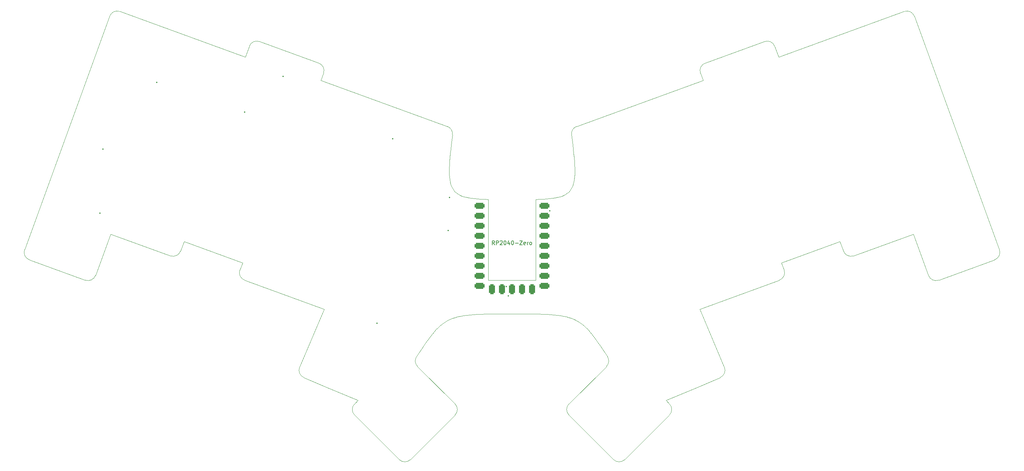
<source format=gto>
%TF.GenerationSoftware,KiCad,Pcbnew,(6.0.11)*%
%TF.CreationDate,2023-05-16T20:57:37+09:00*%
%TF.ProjectId,gu34,67753334-2e6b-4696-9361-645f70636258,rev?*%
%TF.SameCoordinates,Original*%
%TF.FileFunction,Legend,Top*%
%TF.FilePolarity,Positive*%
%FSLAX46Y46*%
G04 Gerber Fmt 4.6, Leading zero omitted, Abs format (unit mm)*
G04 Created by KiCad (PCBNEW (6.0.11)) date 2023-05-16 20:57:37*
%MOMM*%
%LPD*%
G01*
G04 APERTURE LIST*
G04 Aperture macros list*
%AMRoundRect*
0 Rectangle with rounded corners*
0 $1 Rounding radius*
0 $2 $3 $4 $5 $6 $7 $8 $9 X,Y pos of 4 corners*
0 Add a 4 corners polygon primitive as box body*
4,1,4,$2,$3,$4,$5,$6,$7,$8,$9,$2,$3,0*
0 Add four circle primitives for the rounded corners*
1,1,$1+$1,$2,$3*
1,1,$1+$1,$4,$5*
1,1,$1+$1,$6,$7*
1,1,$1+$1,$8,$9*
0 Add four rect primitives between the rounded corners*
20,1,$1+$1,$2,$3,$4,$5,0*
20,1,$1+$1,$4,$5,$6,$7,0*
20,1,$1+$1,$6,$7,$8,$9,0*
20,1,$1+$1,$8,$9,$2,$3,0*%
G04 Aperture macros list end*
%TA.AperFunction,Profile*%
%ADD10C,0.100000*%
%TD*%
%ADD11C,0.100000*%
%ADD12C,0.150000*%
%ADD13C,0.350000*%
%ADD14C,3.400000*%
%ADD15C,1.700000*%
%ADD16C,2.000000*%
%ADD17RoundRect,0.400000X-0.900000X-0.400000X0.900000X-0.400000X0.900000X0.400000X-0.900000X0.400000X0*%
%ADD18RoundRect,0.400050X-0.899950X-0.400050X0.899950X-0.400050X0.899950X0.400050X-0.899950X0.400050X0*%
%ADD19RoundRect,0.400000X-0.400000X-0.900000X0.400000X-0.900000X0.400000X0.900000X-0.400000X0.900000X0*%
%ADD20RoundRect,0.393700X-0.393700X-0.906300X0.393700X-0.906300X0.393700X0.906300X-0.393700X0.906300X0*%
G04 APERTURE END LIST*
D10*
X210582773Y-81577077D02*
X211252397Y-83416855D01*
X88494956Y-108075051D02*
G75*
G03*
X89554561Y-110697548I1841044J-781449D01*
G01*
X95346573Y-113156111D02*
X103289125Y-116527525D01*
X78322834Y-25428801D02*
G75*
G03*
X75759393Y-26624187I-684034J-1879399D01*
G01*
X42954792Y-17793857D02*
G75*
G03*
X40391368Y-18989196I-684042J-1879383D01*
G01*
D11*
X166485012Y-105404977D02*
X165843422Y-104418288D01*
X165235255Y-103493247D01*
X164656430Y-102627865D01*
X164102870Y-101820152D01*
X163570495Y-101068122D01*
X163055227Y-100369784D01*
X162552988Y-99723150D01*
X162059698Y-99126231D01*
X161571279Y-98577040D01*
X161083652Y-98073587D01*
X160592739Y-97613884D01*
X160094461Y-97195942D01*
X159584739Y-96817772D01*
X159059494Y-96477386D01*
X158514648Y-96172795D01*
X157946123Y-95902011D01*
X157349839Y-95663045D01*
X156721718Y-95453908D01*
X156057681Y-95272612D01*
X155353649Y-95117168D01*
X154605545Y-94985587D01*
X153809288Y-94875882D01*
X152960801Y-94786062D01*
X152056005Y-94714140D01*
X151090820Y-94658127D01*
X150061169Y-94616035D01*
X148962973Y-94585874D01*
X147792153Y-94565656D01*
X146544630Y-94553393D01*
X145216326Y-94547096D01*
X143803162Y-94544776D01*
X142301060Y-94544445D01*
D10*
X241647326Y-17793851D02*
X209842120Y-29370000D01*
X148301060Y-86044445D02*
X142301060Y-86044445D01*
X36782901Y-84795311D02*
X40599548Y-74309162D01*
X78322819Y-25428843D02*
X93357901Y-30901165D01*
X244002572Y-74309162D02*
X228850905Y-79823917D01*
D11*
X127212923Y-49078253D02*
X127059566Y-50372382D01*
X126918517Y-51596863D01*
X126791366Y-52753624D01*
X126679703Y-53844590D01*
X126585120Y-54871688D01*
X126509208Y-55836845D01*
X126453558Y-56741987D01*
X126419761Y-57589040D01*
X126409407Y-58379931D01*
X126424088Y-59116586D01*
X126465395Y-59800932D01*
X126534919Y-60434895D01*
X126634251Y-61020401D01*
X126764981Y-61559378D01*
X126928701Y-62053752D01*
X127127002Y-62505448D01*
X127361475Y-62916394D01*
X127633710Y-63288516D01*
X127945300Y-63623740D01*
X128297834Y-63923993D01*
X128692904Y-64191201D01*
X129132100Y-64427291D01*
X129617015Y-64634190D01*
X130149238Y-64813823D01*
X130730361Y-64968117D01*
X131361975Y-65098999D01*
X132045670Y-65208394D01*
X132783039Y-65298230D01*
X133575671Y-65370434D01*
X134425157Y-65426930D01*
X135333090Y-65469647D01*
X136301060Y-65500510D01*
D10*
X210057037Y-85980237D02*
G75*
G03*
X211252397Y-83416855I-683937J1879337D01*
G01*
X136301060Y-65544445D02*
X136301060Y-65500510D01*
X168042215Y-131541016D02*
G75*
G03*
X170870642Y-131541016I1414214J1414215D01*
G01*
X113731478Y-131541016D02*
G75*
G03*
X116559905Y-131541016I1414214J1414215D01*
G01*
X195047559Y-110697548D02*
X189255547Y-113156111D01*
X74019347Y-81577077D02*
X73349723Y-83416855D01*
X148301060Y-65544445D02*
X148301060Y-86044445D01*
X89554561Y-110697548D02*
X95346573Y-113156111D01*
X40391368Y-18989196D02*
X18819580Y-78257197D01*
X94553246Y-33464590D02*
X93883621Y-35304368D01*
X189850290Y-93334940D02*
X196107106Y-108075076D01*
X118117153Y-105405006D02*
G75*
G03*
X118381403Y-107906670I1678447J-1087494D01*
G01*
X247819286Y-84795286D02*
G75*
G03*
X250382644Y-85990656I1879314J683886D01*
G01*
X264587195Y-80820622D02*
X250382644Y-85990656D01*
X93883621Y-35304368D02*
X125911108Y-46961420D01*
X206279301Y-25428843D02*
X191244219Y-30901165D01*
X136301060Y-86044445D02*
X142301060Y-86044445D01*
X103289125Y-116527525D02*
X102417769Y-117398880D01*
X20014925Y-80820622D02*
X34219476Y-85990656D01*
X191244209Y-30901138D02*
G75*
G03*
X190048874Y-33464590I683991J-1879362D01*
G01*
X182184351Y-120227307D02*
X170870642Y-131541016D01*
X156728507Y-117398880D02*
X166220717Y-107906670D01*
X94751830Y-93334940D02*
X88495014Y-108075076D01*
X168042215Y-131541016D02*
X156728507Y-120227307D01*
X210057053Y-85980280D02*
X189850290Y-93334940D01*
X148301060Y-65544445D02*
X148301060Y-65500510D01*
X189255547Y-113156111D02*
X181312995Y-116527525D01*
X94553328Y-33464620D02*
G75*
G03*
X93357901Y-30901165I-1879428J684020D01*
G01*
X182184357Y-120227313D02*
G75*
G03*
X182184351Y-117398880I-1414257J1414213D01*
G01*
X181312995Y-116527525D02*
X182184351Y-117398880D01*
X190048874Y-33464590D02*
X190718499Y-35304368D01*
X18819555Y-78257188D02*
G75*
G03*
X20014925Y-80820622I1879445J-684012D01*
G01*
X42954794Y-17793851D02*
X74760000Y-29370000D01*
X247819219Y-84795311D02*
X244002572Y-74309162D01*
X209842120Y-29370000D02*
X208842727Y-26624187D01*
X226287480Y-78628572D02*
X225398009Y-76184772D01*
X116559905Y-131541016D02*
X127873613Y-120227307D01*
X59204111Y-76184772D02*
X74019347Y-81577077D01*
X208842782Y-26624167D02*
G75*
G03*
X206279301Y-25428843I-1879382J-684033D01*
G01*
X244210828Y-18989168D02*
G75*
G03*
X241647326Y-17793851I-1879428J-684132D01*
G01*
X40599548Y-74309162D02*
X55751215Y-79823917D01*
X225398009Y-76184772D02*
X210582773Y-81577077D01*
X34219463Y-85990692D02*
G75*
G03*
X36782901Y-84795311I684037J1879392D01*
G01*
X136301060Y-65544445D02*
X136301060Y-86044445D01*
D11*
X157389197Y-49078253D02*
X157542553Y-50372382D01*
X157683602Y-51596863D01*
X157810753Y-52753624D01*
X157922416Y-53844590D01*
X158016999Y-54871688D01*
X158092911Y-55836845D01*
X158148561Y-56741987D01*
X158182358Y-57589040D01*
X158192712Y-58379931D01*
X158178031Y-59116586D01*
X158136724Y-59800932D01*
X158067200Y-60434895D01*
X157967868Y-61020401D01*
X157837138Y-61559378D01*
X157673418Y-62053752D01*
X157475117Y-62505448D01*
X157240644Y-62916394D01*
X156968409Y-63288516D01*
X156656819Y-63623740D01*
X156304285Y-63923993D01*
X155909215Y-64191201D01*
X155470019Y-64427291D01*
X154985104Y-64634190D01*
X154452881Y-64813823D01*
X153871758Y-64968117D01*
X153240144Y-65098999D01*
X152556449Y-65208394D01*
X151819080Y-65298230D01*
X151026448Y-65370434D01*
X150176962Y-65426930D01*
X149269029Y-65469647D01*
X148301060Y-65500510D01*
D10*
X244210752Y-18989196D02*
X265782540Y-78257197D01*
X127873613Y-117398880D02*
X118381403Y-107906670D01*
X127873619Y-120227313D02*
G75*
G03*
X127873613Y-117398880I-1414219J1414213D01*
G01*
X264587170Y-80820552D02*
G75*
G03*
X265782540Y-78257197I-683970J1879352D01*
G01*
X158691035Y-46961484D02*
G75*
G03*
X157389197Y-49078253I684065J-1879416D01*
G01*
X74760000Y-29370000D02*
X75759393Y-26624187D01*
X195047539Y-110697500D02*
G75*
G03*
X196107106Y-108075076I-781439J1841000D01*
G01*
X156728513Y-117398886D02*
G75*
G03*
X156728507Y-120227307I1414187J-1414214D01*
G01*
X166220677Y-107906630D02*
G75*
G03*
X166485012Y-105404977I-1414277J1414230D01*
G01*
D11*
X118117108Y-105404977D02*
X118758697Y-104418288D01*
X119366864Y-103493247D01*
X119945689Y-102627865D01*
X120499249Y-101820152D01*
X121031624Y-101068122D01*
X121546892Y-100369784D01*
X122049131Y-99723150D01*
X122542421Y-99126231D01*
X123030840Y-98577040D01*
X123518467Y-98073587D01*
X124009380Y-97613884D01*
X124507658Y-97195942D01*
X125017380Y-96817772D01*
X125542625Y-96477386D01*
X126087471Y-96172795D01*
X126655996Y-95902011D01*
X127252280Y-95663045D01*
X127880401Y-95453908D01*
X128544438Y-95272612D01*
X129248470Y-95117168D01*
X129996574Y-94985587D01*
X130792831Y-94875882D01*
X131641318Y-94786062D01*
X132546115Y-94714140D01*
X133511299Y-94658127D01*
X134540950Y-94616035D01*
X135639146Y-94585874D01*
X136809966Y-94565656D01*
X138057489Y-94553393D01*
X139385793Y-94547096D01*
X140798957Y-94544776D01*
X142301060Y-94544445D01*
D10*
X102417775Y-117398886D02*
G75*
G03*
X102417769Y-120227307I1414225J-1414214D01*
G01*
X55751241Y-79823845D02*
G75*
G03*
X58314640Y-78628572I684059J1879345D01*
G01*
X58314640Y-78628572D02*
X59204111Y-76184772D01*
X127212938Y-49078255D02*
G75*
G03*
X125911108Y-46961420I-1985838J237455D01*
G01*
X190718499Y-35304368D02*
X158691012Y-46961420D01*
X102417769Y-120227307D02*
X113731478Y-131541016D01*
X226287504Y-78628563D02*
G75*
G03*
X228850905Y-79823917I1879396J684063D01*
G01*
X74545067Y-85980280D02*
X94751830Y-93334940D01*
X73349724Y-83416855D02*
G75*
G03*
X74545067Y-85980280I1879376J-684045D01*
G01*
D12*
%TO.C,RZ1*%
X137904047Y-76997380D02*
X137570714Y-76521190D01*
X137332619Y-76997380D02*
X137332619Y-75997380D01*
X137713571Y-75997380D01*
X137808809Y-76045000D01*
X137856428Y-76092619D01*
X137904047Y-76187857D01*
X137904047Y-76330714D01*
X137856428Y-76425952D01*
X137808809Y-76473571D01*
X137713571Y-76521190D01*
X137332619Y-76521190D01*
X138332619Y-76997380D02*
X138332619Y-75997380D01*
X138713571Y-75997380D01*
X138808809Y-76045000D01*
X138856428Y-76092619D01*
X138904047Y-76187857D01*
X138904047Y-76330714D01*
X138856428Y-76425952D01*
X138808809Y-76473571D01*
X138713571Y-76521190D01*
X138332619Y-76521190D01*
X139285000Y-76092619D02*
X139332619Y-76045000D01*
X139427857Y-75997380D01*
X139665952Y-75997380D01*
X139761190Y-76045000D01*
X139808809Y-76092619D01*
X139856428Y-76187857D01*
X139856428Y-76283095D01*
X139808809Y-76425952D01*
X139237380Y-76997380D01*
X139856428Y-76997380D01*
X140475476Y-75997380D02*
X140570714Y-75997380D01*
X140665952Y-76045000D01*
X140713571Y-76092619D01*
X140761190Y-76187857D01*
X140808809Y-76378333D01*
X140808809Y-76616428D01*
X140761190Y-76806904D01*
X140713571Y-76902142D01*
X140665952Y-76949761D01*
X140570714Y-76997380D01*
X140475476Y-76997380D01*
X140380238Y-76949761D01*
X140332619Y-76902142D01*
X140285000Y-76806904D01*
X140237380Y-76616428D01*
X140237380Y-76378333D01*
X140285000Y-76187857D01*
X140332619Y-76092619D01*
X140380238Y-76045000D01*
X140475476Y-75997380D01*
X141665952Y-76330714D02*
X141665952Y-76997380D01*
X141427857Y-75949761D02*
X141189761Y-76664047D01*
X141808809Y-76664047D01*
X142380238Y-75997380D02*
X142475476Y-75997380D01*
X142570714Y-76045000D01*
X142618333Y-76092619D01*
X142665952Y-76187857D01*
X142713571Y-76378333D01*
X142713571Y-76616428D01*
X142665952Y-76806904D01*
X142618333Y-76902142D01*
X142570714Y-76949761D01*
X142475476Y-76997380D01*
X142380238Y-76997380D01*
X142285000Y-76949761D01*
X142237380Y-76902142D01*
X142189761Y-76806904D01*
X142142142Y-76616428D01*
X142142142Y-76378333D01*
X142189761Y-76187857D01*
X142237380Y-76092619D01*
X142285000Y-76045000D01*
X142380238Y-75997380D01*
X143142142Y-76616428D02*
X143904047Y-76616428D01*
X144285000Y-75997380D02*
X144951666Y-75997380D01*
X144285000Y-76997380D01*
X144951666Y-76997380D01*
X145713571Y-76949761D02*
X145618333Y-76997380D01*
X145427857Y-76997380D01*
X145332619Y-76949761D01*
X145285000Y-76854523D01*
X145285000Y-76473571D01*
X145332619Y-76378333D01*
X145427857Y-76330714D01*
X145618333Y-76330714D01*
X145713571Y-76378333D01*
X145761190Y-76473571D01*
X145761190Y-76568809D01*
X145285000Y-76664047D01*
X146189761Y-76997380D02*
X146189761Y-76330714D01*
X146189761Y-76521190D02*
X146237380Y-76425952D01*
X146285000Y-76378333D01*
X146380238Y-76330714D01*
X146475476Y-76330714D01*
X146951666Y-76997380D02*
X146856428Y-76949761D01*
X146808809Y-76902142D01*
X146761190Y-76806904D01*
X146761190Y-76521190D01*
X146808809Y-76425952D01*
X146856428Y-76378333D01*
X146951666Y-76330714D01*
X147094523Y-76330714D01*
X147189761Y-76378333D01*
X147237380Y-76425952D01*
X147285000Y-76521190D01*
X147285000Y-76806904D01*
X147237380Y-76902142D01*
X147189761Y-76949761D01*
X147094523Y-76997380D01*
X146951666Y-76997380D01*
%TD*%
D13*
X151897037Y-68405000D03*
X141355811Y-90007780D03*
X140898100Y-87580000D03*
X52260000Y-35780000D03*
X112100000Y-50080000D03*
X38650000Y-52720000D03*
X126460000Y-65040000D03*
X108090000Y-96910000D03*
X37900000Y-68980000D03*
X74540000Y-43300000D03*
X126090000Y-73370000D03*
X84280000Y-34260000D03*
X208340000Y-53540000D03*
X203171691Y-55421111D03*
X213508309Y-51658889D03*
X210357919Y-59084186D03*
X204941213Y-58820933D03*
X173329087Y-114950913D03*
X165550913Y-122729087D03*
X169440000Y-118840000D03*
X173611930Y-123011930D03*
X168591472Y-125062540D03*
X186790000Y-47350000D03*
X191958309Y-45468889D03*
X181621691Y-49231111D03*
X188807919Y-52894186D03*
X183391213Y-52630933D03*
X181508309Y-68048889D03*
X176340000Y-69930000D03*
X171171691Y-71811111D03*
X178357919Y-75474186D03*
X172941213Y-75210933D03*
X231928309Y-49858889D03*
X226760000Y-51740000D03*
X221591691Y-53621111D03*
X228777919Y-57284186D03*
X223361213Y-57020933D03*
X105902777Y-106779021D03*
X95777223Y-102480979D03*
X100840000Y-104630000D03*
X98534686Y-110060979D03*
X94752697Y-106174263D03*
X63970000Y-35690000D03*
X58801691Y-33808889D03*
X69138309Y-37571111D03*
X61952081Y-41234186D03*
X57971860Y-37550731D03*
X47060000Y-29910000D03*
X41891691Y-28028889D03*
X52228309Y-31791111D03*
X45042081Y-35454186D03*
X41061860Y-31770731D03*
X119568309Y-55861111D03*
X109231691Y-52098889D03*
X114400000Y-53980000D03*
X112382081Y-59524186D03*
X108401860Y-55840731D03*
X214481691Y-69491111D03*
X219650000Y-67610000D03*
X209313382Y-71372222D03*
X216499610Y-75035297D03*
X211082904Y-74772044D03*
X204248309Y-77448889D03*
X199080000Y-79330000D03*
X193911691Y-81211111D03*
X201097919Y-84874186D03*
X195681213Y-84610933D03*
X35288309Y-75751111D03*
X24951691Y-71988889D03*
X30120000Y-73870000D03*
X28102081Y-79414186D03*
X24121860Y-75730731D03*
X96921691Y-84058889D03*
X107258309Y-87821111D03*
X102090000Y-85940000D03*
X100072081Y-91484186D03*
X96091860Y-87800731D03*
X119039087Y-122689087D03*
X115150000Y-118800000D03*
X111260913Y-114910913D03*
X110978070Y-122971930D03*
X108927460Y-117951472D03*
X36280000Y-57900000D03*
X31111691Y-56018889D03*
X41448309Y-59781111D03*
X34262081Y-63444186D03*
X30281860Y-59760731D03*
X91640000Y-63360000D03*
X96808309Y-65241111D03*
X86471691Y-61478889D03*
X89622081Y-68904186D03*
X85641860Y-65220731D03*
X82450000Y-37580000D03*
X77281691Y-35698889D03*
X87618309Y-39461111D03*
X80432081Y-43124186D03*
X76451860Y-39440731D03*
X62979637Y-53595866D03*
X57811328Y-51714755D03*
X52643019Y-49833644D03*
X55793409Y-57258941D03*
X51813188Y-53575486D03*
X215471691Y-37611111D03*
X220640000Y-35730000D03*
X225808309Y-33848889D03*
X222657919Y-41274186D03*
X217241213Y-41010933D03*
X253448309Y-56008889D03*
X248280000Y-57890000D03*
X243111691Y-59771111D03*
X250297919Y-63434186D03*
X244881213Y-63170933D03*
X103101691Y-68078889D03*
X113438309Y-71841111D03*
X108270000Y-69960000D03*
X106252081Y-75504186D03*
X102271860Y-71820731D03*
X149905000Y-67135000D03*
X149905000Y-69675000D03*
X149905000Y-72215000D03*
X149905000Y-74755000D03*
X149905000Y-77295000D03*
X149905000Y-79835000D03*
X149905000Y-82375000D03*
X149905000Y-84915000D03*
X149905000Y-87455000D03*
X147365000Y-87665000D03*
X144825000Y-87665000D03*
X142285000Y-87665000D03*
X139745000Y-87665000D03*
X137205000Y-87665000D03*
X134665000Y-87455000D03*
X134665000Y-84915000D03*
X134665000Y-82375000D03*
X134665000Y-79835000D03*
X134665000Y-77295000D03*
X134665000Y-74755000D03*
X134665000Y-72215000D03*
X134665000Y-69675000D03*
X134665000Y-67135000D03*
X183780000Y-104630000D03*
X188842777Y-102480979D03*
X178717223Y-106779021D03*
X186085314Y-110060979D03*
X180662254Y-110081574D03*
X56828309Y-69591111D03*
X51660000Y-67710000D03*
X46491691Y-65828889D03*
X49642081Y-73254186D03*
X45661860Y-69570731D03*
X202170000Y-37540000D03*
X197001691Y-39421111D03*
X207338309Y-35658889D03*
X204187919Y-43084186D03*
X198771213Y-42820933D03*
X92613019Y-45493644D03*
X102949637Y-49255866D03*
X97781328Y-47374755D03*
X95763409Y-52918941D03*
X91783188Y-49235486D03*
X254440000Y-73850000D03*
X249271691Y-75731111D03*
X259608309Y-71968889D03*
X256457919Y-79394186D03*
X251041213Y-79130933D03*
X76281328Y-53564755D03*
X81449637Y-55445866D03*
X71113019Y-51683644D03*
X74263409Y-59108941D03*
X70283188Y-55425486D03*
X85480000Y-79320000D03*
X90648309Y-81201111D03*
X80311691Y-77438889D03*
X83462081Y-84864186D03*
X79481860Y-81180731D03*
X232381691Y-31801111D03*
X237550000Y-29920000D03*
X242718309Y-28038889D03*
X239567919Y-35464186D03*
X234151213Y-35200933D03*
X198128309Y-61478889D03*
X192960000Y-63360000D03*
X187791691Y-65241111D03*
X194977919Y-68904186D03*
X189561213Y-68640933D03*
X75278309Y-71401111D03*
X70110000Y-69520000D03*
X64941691Y-67638889D03*
X68092081Y-75064186D03*
X64111860Y-71380731D03*
X177341691Y-87831111D03*
X182510000Y-85950000D03*
X187678309Y-84068889D03*
X184527919Y-91494186D03*
X179111213Y-91230933D03*
X238138309Y-65808889D03*
X227801691Y-69571111D03*
X232970000Y-67690000D03*
X234987919Y-73234186D03*
X229571213Y-72970933D03*
X170190000Y-53980000D03*
X165021691Y-55861111D03*
X175358309Y-52098889D03*
X172207919Y-59524186D03*
X166791213Y-59260933D03*
%LPC*%
D14*
%TO.C,SW18*%
X208340000Y-53540000D03*
D15*
X203171691Y-55421111D03*
X213508309Y-51658889D03*
D16*
X210357919Y-59084186D03*
X204941213Y-58820933D03*
%TD*%
D15*
%TO.C,SW33*%
X173329087Y-114950913D03*
X165550913Y-122729087D03*
D14*
X169440000Y-118840000D03*
D16*
X173611930Y-123011930D03*
X168591472Y-125062540D03*
%TD*%
D14*
%TO.C,SW7*%
X186790000Y-47350000D03*
D15*
X191958309Y-45468889D03*
X181621691Y-49231111D03*
D16*
X188807919Y-52894186D03*
X183391213Y-52630933D03*
%TD*%
D15*
%TO.C,SW16*%
X181508309Y-68048889D03*
D14*
X176340000Y-69930000D03*
D15*
X171171691Y-71811111D03*
D16*
X178357919Y-75474186D03*
X172941213Y-75210933D03*
%TD*%
D15*
%TO.C,SW19*%
X231928309Y-49858889D03*
D14*
X226760000Y-51740000D03*
D15*
X221591691Y-53621111D03*
D16*
X228777919Y-57284186D03*
X223361213Y-57020933D03*
%TD*%
D15*
%TO.C,SW31*%
X105902777Y-106779021D03*
X95777223Y-102480979D03*
D14*
X100840000Y-104630000D03*
D16*
X98534686Y-110060979D03*
X94752697Y-106174263D03*
%TD*%
D14*
%TO.C,SW2*%
X63970000Y-35690000D03*
D15*
X58801691Y-33808889D03*
X69138309Y-37571111D03*
D16*
X61952081Y-41234186D03*
X57971860Y-37550731D03*
%TD*%
D14*
%TO.C,SW1*%
X47060000Y-29910000D03*
D15*
X41891691Y-28028889D03*
X52228309Y-31791111D03*
D16*
X45042081Y-35454186D03*
X41061860Y-31770731D03*
%TD*%
D15*
%TO.C,SW5*%
X119568309Y-55861111D03*
X109231691Y-52098889D03*
D14*
X114400000Y-53980000D03*
D16*
X112382081Y-59524186D03*
X108401860Y-55840731D03*
%TD*%
D14*
%TO.C,SW28*%
X214481691Y-69491111D03*
D15*
X219650000Y-67610000D03*
X209313382Y-71372222D03*
D16*
X216499610Y-75035297D03*
X211082904Y-74772044D03*
%TD*%
D15*
%TO.C,SW27*%
X204248309Y-77448889D03*
D14*
X199080000Y-79330000D03*
D15*
X193911691Y-81211111D03*
D16*
X201097919Y-84874186D03*
X195681213Y-84610933D03*
%TD*%
D15*
%TO.C,SW21*%
X35288309Y-75751111D03*
X24951691Y-71988889D03*
D14*
X30120000Y-73870000D03*
D16*
X28102081Y-79414186D03*
X24121860Y-75730731D03*
%TD*%
D15*
%TO.C,SW25*%
X96921691Y-84058889D03*
X107258309Y-87821111D03*
D14*
X102090000Y-85940000D03*
D16*
X100072081Y-91484186D03*
X96091860Y-87800731D03*
%TD*%
D15*
%TO.C,SW32*%
X119039087Y-122689087D03*
D14*
X115150000Y-118800000D03*
D15*
X111260913Y-114910913D03*
D16*
X110978070Y-122971930D03*
X108927460Y-117951472D03*
%TD*%
D14*
%TO.C,SW11*%
X36280000Y-57900000D03*
D15*
X31111691Y-56018889D03*
X41448309Y-59781111D03*
D16*
X34262081Y-63444186D03*
X30281860Y-59760731D03*
%TD*%
D14*
%TO.C,SW14*%
X91640000Y-63360000D03*
D15*
X96808309Y-65241111D03*
X86471691Y-61478889D03*
D16*
X89622081Y-68904186D03*
X85641860Y-65220731D03*
%TD*%
D14*
%TO.C,SW3*%
X82450000Y-37580000D03*
D15*
X77281691Y-35698889D03*
X87618309Y-39461111D03*
D16*
X80432081Y-43124186D03*
X76451860Y-39440731D03*
%TD*%
D15*
%TO.C,SW12*%
X62979637Y-53595866D03*
D14*
X57811328Y-51714755D03*
D15*
X52643019Y-49833644D03*
D16*
X55793409Y-57258941D03*
X51813188Y-53575486D03*
%TD*%
D15*
%TO.C,SW9*%
X215471691Y-37611111D03*
D14*
X220640000Y-35730000D03*
D15*
X225808309Y-33848889D03*
D16*
X222657919Y-41274186D03*
X217241213Y-41010933D03*
%TD*%
D15*
%TO.C,SW20*%
X253448309Y-56008889D03*
D14*
X248280000Y-57890000D03*
D15*
X243111691Y-59771111D03*
D16*
X250297919Y-63434186D03*
X244881213Y-63170933D03*
%TD*%
D15*
%TO.C,SW15*%
X103101691Y-68078889D03*
X113438309Y-71841111D03*
D14*
X108270000Y-69960000D03*
D16*
X106252081Y-75504186D03*
X102271860Y-71820731D03*
%TD*%
D17*
%TO.C,RZ1*%
X150505000Y-67135000D03*
X150505000Y-69675000D03*
X150505000Y-72215000D03*
X150505000Y-74755000D03*
X150505000Y-77295000D03*
D18*
X150505000Y-79835000D03*
X150505000Y-82375000D03*
X150505000Y-84915000D03*
X150505000Y-87455000D03*
D19*
X147365000Y-88265000D03*
D20*
X144825000Y-88265000D03*
X142285000Y-88265000D03*
X139745000Y-88265000D03*
X137205000Y-88265000D03*
D18*
X134065000Y-87455000D03*
X134065000Y-84915000D03*
X134065000Y-82375000D03*
X134065000Y-79835000D03*
X134065000Y-77295000D03*
X134065000Y-74755000D03*
X134065000Y-72215000D03*
X134065000Y-69675000D03*
X134065000Y-67135000D03*
%TD*%
D14*
%TO.C,SW34*%
X183780000Y-104630000D03*
D15*
X188842777Y-102480979D03*
X178717223Y-106779021D03*
D16*
X186085314Y-110060979D03*
X180662254Y-110081574D03*
%TD*%
D15*
%TO.C,SW22*%
X56828309Y-69591111D03*
D14*
X51660000Y-67710000D03*
D15*
X46491691Y-65828889D03*
D16*
X49642081Y-73254186D03*
X45661860Y-69570731D03*
%TD*%
D14*
%TO.C,SW8*%
X202170000Y-37540000D03*
D15*
X197001691Y-39421111D03*
X207338309Y-35658889D03*
D16*
X204187919Y-43084186D03*
X198771213Y-42820933D03*
%TD*%
D15*
%TO.C,SW4*%
X92613019Y-45493644D03*
X102949637Y-49255866D03*
D14*
X97781328Y-47374755D03*
D16*
X95763409Y-52918941D03*
X91783188Y-49235486D03*
%TD*%
D14*
%TO.C,SW30*%
X254440000Y-73850000D03*
D15*
X249271691Y-75731111D03*
X259608309Y-71968889D03*
D16*
X256457919Y-79394186D03*
X251041213Y-79130933D03*
%TD*%
D14*
%TO.C,SW13*%
X76281328Y-53564755D03*
D15*
X81449637Y-55445866D03*
X71113019Y-51683644D03*
D16*
X74263409Y-59108941D03*
X70283188Y-55425486D03*
%TD*%
D14*
%TO.C,SW24*%
X85480000Y-79320000D03*
D15*
X90648309Y-81201111D03*
X80311691Y-77438889D03*
D16*
X83462081Y-84864186D03*
X79481860Y-81180731D03*
%TD*%
D15*
%TO.C,SW10*%
X232381691Y-31801111D03*
D14*
X237550000Y-29920000D03*
D15*
X242718309Y-28038889D03*
D16*
X239567919Y-35464186D03*
X234151213Y-35200933D03*
%TD*%
D15*
%TO.C,SW17*%
X198128309Y-61478889D03*
D14*
X192960000Y-63360000D03*
D15*
X187791691Y-65241111D03*
D16*
X194977919Y-68904186D03*
X189561213Y-68640933D03*
%TD*%
D15*
%TO.C,SW23*%
X75278309Y-71401111D03*
D14*
X70110000Y-69520000D03*
D15*
X64941691Y-67638889D03*
D16*
X68092081Y-75064186D03*
X64111860Y-71380731D03*
%TD*%
D15*
%TO.C,SW26*%
X177341691Y-87831111D03*
D14*
X182510000Y-85950000D03*
D15*
X187678309Y-84068889D03*
D16*
X184527919Y-91494186D03*
X179111213Y-91230933D03*
%TD*%
D15*
%TO.C,SW29*%
X238138309Y-65808889D03*
X227801691Y-69571111D03*
D14*
X232970000Y-67690000D03*
D16*
X234987919Y-73234186D03*
X229571213Y-72970933D03*
%TD*%
D14*
%TO.C,SW6*%
X170190000Y-53980000D03*
D15*
X165021691Y-55861111D03*
X175358309Y-52098889D03*
D16*
X172207919Y-59524186D03*
X166791213Y-59260933D03*
%TD*%
M02*

</source>
